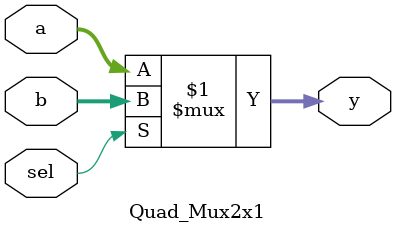
<source format=v>
module Quad_Mux2x1 (input [3:0] a, input [3:0] b, input sel, output [3:0] y);

    assign y = sel ? b : a;

endmodule

</source>
